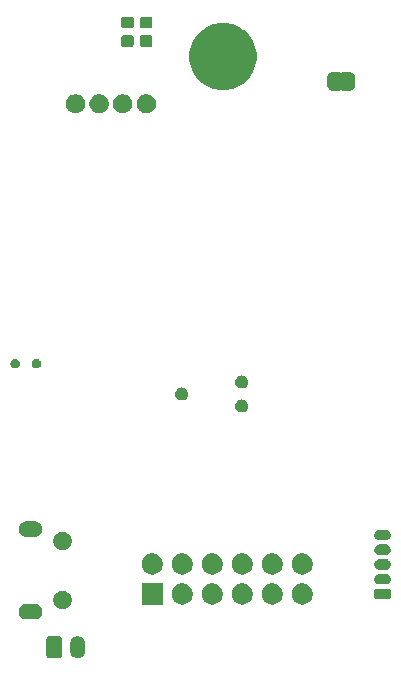
<source format=gbs>
G04 #@! TF.GenerationSoftware,KiCad,Pcbnew,(5.1.5-0-10_14)*
G04 #@! TF.CreationDate,2020-01-03T19:11:33+02:00*
G04 #@! TF.ProjectId,oibus-mini-CCC,6f696275-732d-46d6-996e-692d4343432e,rev?*
G04 #@! TF.SameCoordinates,Original*
G04 #@! TF.FileFunction,Soldermask,Bot*
G04 #@! TF.FilePolarity,Negative*
%FSLAX46Y46*%
G04 Gerber Fmt 4.6, Leading zero omitted, Abs format (unit mm)*
G04 Created by KiCad (PCBNEW (5.1.5-0-10_14)) date 2020-01-03 19:11:33*
%MOMM*%
%LPD*%
G04 APERTURE LIST*
%ADD10C,0.149860*%
G04 APERTURE END LIST*
D10*
G36*
X6327617Y6916580D02*
G01*
X6408399Y6892075D01*
X6450335Y6879354D01*
X6563424Y6818906D01*
X6662554Y6737553D01*
X6743906Y6638425D01*
X6804354Y6525336D01*
X6814040Y6493404D01*
X6841580Y6402618D01*
X6851000Y6306973D01*
X6851000Y5693027D01*
X6841580Y5597382D01*
X6814040Y5506596D01*
X6804354Y5474664D01*
X6743906Y5361575D01*
X6662554Y5262446D01*
X6563425Y5181094D01*
X6450336Y5120646D01*
X6418404Y5110960D01*
X6327618Y5083420D01*
X6200000Y5070851D01*
X6072383Y5083420D01*
X5981597Y5110960D01*
X5949665Y5120646D01*
X5836576Y5181094D01*
X5737447Y5262446D01*
X5656096Y5361573D01*
X5656095Y5361575D01*
X5595647Y5474664D01*
X5595645Y5474667D01*
X5583237Y5515573D01*
X5558420Y5597382D01*
X5549000Y5693027D01*
X5549000Y6306972D01*
X5558420Y6402617D01*
X5595645Y6525331D01*
X5595646Y6525335D01*
X5656094Y6638424D01*
X5737447Y6737554D01*
X5836575Y6818906D01*
X5949664Y6879354D01*
X5991600Y6892075D01*
X6072382Y6916580D01*
X6200000Y6929149D01*
X6327617Y6916580D01*
G37*
G36*
X4691242Y6921596D02*
G01*
X4728337Y6910343D01*
X4762515Y6892075D01*
X4792481Y6867481D01*
X4817075Y6837515D01*
X4835343Y6803337D01*
X4846596Y6766242D01*
X4851000Y6721526D01*
X4851000Y5278474D01*
X4846596Y5233758D01*
X4835343Y5196663D01*
X4817075Y5162485D01*
X4792481Y5132519D01*
X4762515Y5107925D01*
X4728337Y5089657D01*
X4691242Y5078404D01*
X4646526Y5074000D01*
X3753474Y5074000D01*
X3708758Y5078404D01*
X3671663Y5089657D01*
X3637485Y5107925D01*
X3607519Y5132519D01*
X3582925Y5162485D01*
X3564657Y5196663D01*
X3553404Y5233758D01*
X3549000Y5278474D01*
X3549000Y6721526D01*
X3553404Y6766242D01*
X3564657Y6803337D01*
X3582925Y6837515D01*
X3607519Y6867481D01*
X3637485Y6892075D01*
X3671663Y6910343D01*
X3708758Y6921596D01*
X3753474Y6926000D01*
X4646526Y6926000D01*
X4691242Y6921596D01*
G37*
G36*
X2613855Y9647860D02*
G01*
X2677618Y9641580D01*
X2768404Y9614040D01*
X2800336Y9604354D01*
X2913425Y9543906D01*
X3012554Y9462554D01*
X3093906Y9363425D01*
X3154354Y9250336D01*
X3154355Y9250332D01*
X3191580Y9127618D01*
X3204149Y9000000D01*
X3191580Y8872382D01*
X3164040Y8781596D01*
X3154354Y8749664D01*
X3093906Y8636575D01*
X3012554Y8537446D01*
X2913425Y8456094D01*
X2800336Y8395646D01*
X2768404Y8385960D01*
X2677618Y8358420D01*
X2613855Y8352140D01*
X2581974Y8349000D01*
X1818026Y8349000D01*
X1786145Y8352140D01*
X1722382Y8358420D01*
X1631596Y8385960D01*
X1599664Y8395646D01*
X1486575Y8456094D01*
X1387446Y8537446D01*
X1306094Y8636575D01*
X1245646Y8749664D01*
X1235960Y8781596D01*
X1208420Y8872382D01*
X1195851Y9000000D01*
X1208420Y9127618D01*
X1245645Y9250332D01*
X1245646Y9250336D01*
X1306094Y9363425D01*
X1387446Y9462554D01*
X1486575Y9543906D01*
X1599664Y9604354D01*
X1631596Y9614040D01*
X1722382Y9641580D01*
X1786145Y9647860D01*
X1818026Y9651000D01*
X2581974Y9651000D01*
X2613855Y9647860D01*
G37*
G36*
X5126348Y10746180D02*
G01*
X5126350Y10746179D01*
X5126351Y10746179D01*
X5267574Y10687683D01*
X5267577Y10687681D01*
X5394669Y10602761D01*
X5502761Y10494669D01*
X5558494Y10411258D01*
X5587683Y10367574D01*
X5646179Y10226351D01*
X5646180Y10226348D01*
X5671875Y10097169D01*
X5676000Y10076429D01*
X5676000Y9923571D01*
X5646179Y9773649D01*
X5587683Y9632426D01*
X5587681Y9632423D01*
X5502761Y9505331D01*
X5394669Y9397239D01*
X5267577Y9312319D01*
X5267574Y9312317D01*
X5126351Y9253821D01*
X5126350Y9253821D01*
X5126348Y9253820D01*
X4976431Y9224000D01*
X4823569Y9224000D01*
X4673652Y9253820D01*
X4673650Y9253821D01*
X4673649Y9253821D01*
X4532426Y9312317D01*
X4532423Y9312319D01*
X4405331Y9397239D01*
X4297239Y9505331D01*
X4212319Y9632423D01*
X4212317Y9632426D01*
X4153821Y9773649D01*
X4124000Y9923571D01*
X4124000Y10076429D01*
X4128125Y10097169D01*
X4153820Y10226348D01*
X4153821Y10226351D01*
X4212317Y10367574D01*
X4241506Y10411258D01*
X4297239Y10494669D01*
X4405331Y10602761D01*
X4532423Y10687681D01*
X4532426Y10687683D01*
X4673649Y10746179D01*
X4673650Y10746179D01*
X4673652Y10746180D01*
X4823569Y10776000D01*
X4976431Y10776000D01*
X5126348Y10746180D01*
G37*
G36*
X15153512Y11396073D02*
G01*
X15302812Y11366376D01*
X15466784Y11298456D01*
X15614354Y11199853D01*
X15739853Y11074354D01*
X15838456Y10926784D01*
X15906376Y10762812D01*
X15941000Y10588741D01*
X15941000Y10411259D01*
X15906376Y10237188D01*
X15838456Y10073216D01*
X15739853Y9925646D01*
X15614354Y9800147D01*
X15466784Y9701544D01*
X15302812Y9633624D01*
X15155663Y9604355D01*
X15128742Y9599000D01*
X14951258Y9599000D01*
X14924337Y9604355D01*
X14777188Y9633624D01*
X14613216Y9701544D01*
X14465646Y9800147D01*
X14340147Y9925646D01*
X14241544Y10073216D01*
X14173624Y10237188D01*
X14139000Y10411259D01*
X14139000Y10588741D01*
X14173624Y10762812D01*
X14241544Y10926784D01*
X14340147Y11074354D01*
X14465646Y11199853D01*
X14613216Y11298456D01*
X14777188Y11366376D01*
X14926488Y11396073D01*
X14951258Y11401000D01*
X15128742Y11401000D01*
X15153512Y11396073D01*
G37*
G36*
X13401000Y9599000D02*
G01*
X11599000Y9599000D01*
X11599000Y11401000D01*
X13401000Y11401000D01*
X13401000Y9599000D01*
G37*
G36*
X20233512Y11396073D02*
G01*
X20382812Y11366376D01*
X20546784Y11298456D01*
X20694354Y11199853D01*
X20819853Y11074354D01*
X20918456Y10926784D01*
X20986376Y10762812D01*
X21021000Y10588741D01*
X21021000Y10411259D01*
X20986376Y10237188D01*
X20918456Y10073216D01*
X20819853Y9925646D01*
X20694354Y9800147D01*
X20546784Y9701544D01*
X20382812Y9633624D01*
X20235663Y9604355D01*
X20208742Y9599000D01*
X20031258Y9599000D01*
X20004337Y9604355D01*
X19857188Y9633624D01*
X19693216Y9701544D01*
X19545646Y9800147D01*
X19420147Y9925646D01*
X19321544Y10073216D01*
X19253624Y10237188D01*
X19219000Y10411259D01*
X19219000Y10588741D01*
X19253624Y10762812D01*
X19321544Y10926784D01*
X19420147Y11074354D01*
X19545646Y11199853D01*
X19693216Y11298456D01*
X19857188Y11366376D01*
X20006488Y11396073D01*
X20031258Y11401000D01*
X20208742Y11401000D01*
X20233512Y11396073D01*
G37*
G36*
X22773512Y11396073D02*
G01*
X22922812Y11366376D01*
X23086784Y11298456D01*
X23234354Y11199853D01*
X23359853Y11074354D01*
X23458456Y10926784D01*
X23526376Y10762812D01*
X23561000Y10588741D01*
X23561000Y10411259D01*
X23526376Y10237188D01*
X23458456Y10073216D01*
X23359853Y9925646D01*
X23234354Y9800147D01*
X23086784Y9701544D01*
X22922812Y9633624D01*
X22775663Y9604355D01*
X22748742Y9599000D01*
X22571258Y9599000D01*
X22544337Y9604355D01*
X22397188Y9633624D01*
X22233216Y9701544D01*
X22085646Y9800147D01*
X21960147Y9925646D01*
X21861544Y10073216D01*
X21793624Y10237188D01*
X21759000Y10411259D01*
X21759000Y10588741D01*
X21793624Y10762812D01*
X21861544Y10926784D01*
X21960147Y11074354D01*
X22085646Y11199853D01*
X22233216Y11298456D01*
X22397188Y11366376D01*
X22546488Y11396073D01*
X22571258Y11401000D01*
X22748742Y11401000D01*
X22773512Y11396073D01*
G37*
G36*
X25313512Y11396073D02*
G01*
X25462812Y11366376D01*
X25626784Y11298456D01*
X25774354Y11199853D01*
X25899853Y11074354D01*
X25998456Y10926784D01*
X26066376Y10762812D01*
X26101000Y10588741D01*
X26101000Y10411259D01*
X26066376Y10237188D01*
X25998456Y10073216D01*
X25899853Y9925646D01*
X25774354Y9800147D01*
X25626784Y9701544D01*
X25462812Y9633624D01*
X25315663Y9604355D01*
X25288742Y9599000D01*
X25111258Y9599000D01*
X25084337Y9604355D01*
X24937188Y9633624D01*
X24773216Y9701544D01*
X24625646Y9800147D01*
X24500147Y9925646D01*
X24401544Y10073216D01*
X24333624Y10237188D01*
X24299000Y10411259D01*
X24299000Y10588741D01*
X24333624Y10762812D01*
X24401544Y10926784D01*
X24500147Y11074354D01*
X24625646Y11199853D01*
X24773216Y11298456D01*
X24937188Y11366376D01*
X25086488Y11396073D01*
X25111258Y11401000D01*
X25288742Y11401000D01*
X25313512Y11396073D01*
G37*
G36*
X17693512Y11396073D02*
G01*
X17842812Y11366376D01*
X18006784Y11298456D01*
X18154354Y11199853D01*
X18279853Y11074354D01*
X18378456Y10926784D01*
X18446376Y10762812D01*
X18481000Y10588741D01*
X18481000Y10411259D01*
X18446376Y10237188D01*
X18378456Y10073216D01*
X18279853Y9925646D01*
X18154354Y9800147D01*
X18006784Y9701544D01*
X17842812Y9633624D01*
X17695663Y9604355D01*
X17668742Y9599000D01*
X17491258Y9599000D01*
X17464337Y9604355D01*
X17317188Y9633624D01*
X17153216Y9701544D01*
X17005646Y9800147D01*
X16880147Y9925646D01*
X16781544Y10073216D01*
X16713624Y10237188D01*
X16679000Y10411259D01*
X16679000Y10588741D01*
X16713624Y10762812D01*
X16781544Y10926784D01*
X16880147Y11074354D01*
X17005646Y11199853D01*
X17153216Y11298456D01*
X17317188Y11366376D01*
X17466488Y11396073D01*
X17491258Y11401000D01*
X17668742Y11401000D01*
X17693512Y11396073D01*
G37*
G36*
X32569683Y10947275D02*
G01*
X32600143Y10938034D01*
X32628223Y10923026D01*
X32652831Y10902831D01*
X32673026Y10878223D01*
X32688034Y10850143D01*
X32697275Y10819683D01*
X32701000Y10781860D01*
X32701000Y10218140D01*
X32697275Y10180317D01*
X32688034Y10149857D01*
X32673026Y10121777D01*
X32652831Y10097169D01*
X32628223Y10076974D01*
X32600143Y10061966D01*
X32569683Y10052725D01*
X32531860Y10049000D01*
X31468140Y10049000D01*
X31430317Y10052725D01*
X31399857Y10061966D01*
X31371777Y10076974D01*
X31347169Y10097169D01*
X31326974Y10121777D01*
X31311966Y10149857D01*
X31302725Y10180317D01*
X31299000Y10218140D01*
X31299000Y10781860D01*
X31302725Y10819683D01*
X31311966Y10850143D01*
X31326974Y10878223D01*
X31347169Y10902831D01*
X31371777Y10923026D01*
X31399857Y10938034D01*
X31430317Y10947275D01*
X31468140Y10951000D01*
X32531860Y10951000D01*
X32569683Y10947275D01*
G37*
G36*
X32338410Y12194475D02*
G01*
X32423426Y12168686D01*
X32501775Y12126807D01*
X32570449Y12070449D01*
X32626807Y12001775D01*
X32668686Y11923426D01*
X32694475Y11838410D01*
X32703182Y11750000D01*
X32694475Y11661590D01*
X32668686Y11576574D01*
X32626807Y11498225D01*
X32570449Y11429551D01*
X32501775Y11373193D01*
X32423426Y11331314D01*
X32338410Y11305525D01*
X32272158Y11299000D01*
X31727842Y11299000D01*
X31661590Y11305525D01*
X31576574Y11331314D01*
X31498225Y11373193D01*
X31429551Y11429551D01*
X31373193Y11498225D01*
X31331314Y11576574D01*
X31305525Y11661590D01*
X31296818Y11750000D01*
X31305525Y11838410D01*
X31331314Y11923426D01*
X31373193Y12001775D01*
X31429551Y12070449D01*
X31498225Y12126807D01*
X31576574Y12168686D01*
X31661590Y12194475D01*
X31727842Y12201000D01*
X32272158Y12201000D01*
X32338410Y12194475D01*
G37*
G36*
X17693512Y13936073D02*
G01*
X17842812Y13906376D01*
X18006784Y13838456D01*
X18154354Y13739853D01*
X18279853Y13614354D01*
X18378456Y13466784D01*
X18446376Y13302812D01*
X18481000Y13128741D01*
X18481000Y12951259D01*
X18446376Y12777188D01*
X18378456Y12613216D01*
X18279853Y12465646D01*
X18154354Y12340147D01*
X18006784Y12241544D01*
X17842812Y12173624D01*
X17693512Y12143927D01*
X17668742Y12139000D01*
X17491258Y12139000D01*
X17466488Y12143927D01*
X17317188Y12173624D01*
X17153216Y12241544D01*
X17005646Y12340147D01*
X16880147Y12465646D01*
X16781544Y12613216D01*
X16713624Y12777188D01*
X16679000Y12951259D01*
X16679000Y13128741D01*
X16713624Y13302812D01*
X16781544Y13466784D01*
X16880147Y13614354D01*
X17005646Y13739853D01*
X17153216Y13838456D01*
X17317188Y13906376D01*
X17466488Y13936073D01*
X17491258Y13941000D01*
X17668742Y13941000D01*
X17693512Y13936073D01*
G37*
G36*
X20233512Y13936073D02*
G01*
X20382812Y13906376D01*
X20546784Y13838456D01*
X20694354Y13739853D01*
X20819853Y13614354D01*
X20918456Y13466784D01*
X20986376Y13302812D01*
X21021000Y13128741D01*
X21021000Y12951259D01*
X20986376Y12777188D01*
X20918456Y12613216D01*
X20819853Y12465646D01*
X20694354Y12340147D01*
X20546784Y12241544D01*
X20382812Y12173624D01*
X20233512Y12143927D01*
X20208742Y12139000D01*
X20031258Y12139000D01*
X20006488Y12143927D01*
X19857188Y12173624D01*
X19693216Y12241544D01*
X19545646Y12340147D01*
X19420147Y12465646D01*
X19321544Y12613216D01*
X19253624Y12777188D01*
X19219000Y12951259D01*
X19219000Y13128741D01*
X19253624Y13302812D01*
X19321544Y13466784D01*
X19420147Y13614354D01*
X19545646Y13739853D01*
X19693216Y13838456D01*
X19857188Y13906376D01*
X20006488Y13936073D01*
X20031258Y13941000D01*
X20208742Y13941000D01*
X20233512Y13936073D01*
G37*
G36*
X22773512Y13936073D02*
G01*
X22922812Y13906376D01*
X23086784Y13838456D01*
X23234354Y13739853D01*
X23359853Y13614354D01*
X23458456Y13466784D01*
X23526376Y13302812D01*
X23561000Y13128741D01*
X23561000Y12951259D01*
X23526376Y12777188D01*
X23458456Y12613216D01*
X23359853Y12465646D01*
X23234354Y12340147D01*
X23086784Y12241544D01*
X22922812Y12173624D01*
X22773512Y12143927D01*
X22748742Y12139000D01*
X22571258Y12139000D01*
X22546488Y12143927D01*
X22397188Y12173624D01*
X22233216Y12241544D01*
X22085646Y12340147D01*
X21960147Y12465646D01*
X21861544Y12613216D01*
X21793624Y12777188D01*
X21759000Y12951259D01*
X21759000Y13128741D01*
X21793624Y13302812D01*
X21861544Y13466784D01*
X21960147Y13614354D01*
X22085646Y13739853D01*
X22233216Y13838456D01*
X22397188Y13906376D01*
X22546488Y13936073D01*
X22571258Y13941000D01*
X22748742Y13941000D01*
X22773512Y13936073D01*
G37*
G36*
X12613512Y13936073D02*
G01*
X12762812Y13906376D01*
X12926784Y13838456D01*
X13074354Y13739853D01*
X13199853Y13614354D01*
X13298456Y13466784D01*
X13366376Y13302812D01*
X13401000Y13128741D01*
X13401000Y12951259D01*
X13366376Y12777188D01*
X13298456Y12613216D01*
X13199853Y12465646D01*
X13074354Y12340147D01*
X12926784Y12241544D01*
X12762812Y12173624D01*
X12613512Y12143927D01*
X12588742Y12139000D01*
X12411258Y12139000D01*
X12386488Y12143927D01*
X12237188Y12173624D01*
X12073216Y12241544D01*
X11925646Y12340147D01*
X11800147Y12465646D01*
X11701544Y12613216D01*
X11633624Y12777188D01*
X11599000Y12951259D01*
X11599000Y13128741D01*
X11633624Y13302812D01*
X11701544Y13466784D01*
X11800147Y13614354D01*
X11925646Y13739853D01*
X12073216Y13838456D01*
X12237188Y13906376D01*
X12386488Y13936073D01*
X12411258Y13941000D01*
X12588742Y13941000D01*
X12613512Y13936073D01*
G37*
G36*
X15153512Y13936073D02*
G01*
X15302812Y13906376D01*
X15466784Y13838456D01*
X15614354Y13739853D01*
X15739853Y13614354D01*
X15838456Y13466784D01*
X15906376Y13302812D01*
X15941000Y13128741D01*
X15941000Y12951259D01*
X15906376Y12777188D01*
X15838456Y12613216D01*
X15739853Y12465646D01*
X15614354Y12340147D01*
X15466784Y12241544D01*
X15302812Y12173624D01*
X15153512Y12143927D01*
X15128742Y12139000D01*
X14951258Y12139000D01*
X14926488Y12143927D01*
X14777188Y12173624D01*
X14613216Y12241544D01*
X14465646Y12340147D01*
X14340147Y12465646D01*
X14241544Y12613216D01*
X14173624Y12777188D01*
X14139000Y12951259D01*
X14139000Y13128741D01*
X14173624Y13302812D01*
X14241544Y13466784D01*
X14340147Y13614354D01*
X14465646Y13739853D01*
X14613216Y13838456D01*
X14777188Y13906376D01*
X14926488Y13936073D01*
X14951258Y13941000D01*
X15128742Y13941000D01*
X15153512Y13936073D01*
G37*
G36*
X25313512Y13936073D02*
G01*
X25462812Y13906376D01*
X25626784Y13838456D01*
X25774354Y13739853D01*
X25899853Y13614354D01*
X25998456Y13466784D01*
X26066376Y13302812D01*
X26101000Y13128741D01*
X26101000Y12951259D01*
X26066376Y12777188D01*
X25998456Y12613216D01*
X25899853Y12465646D01*
X25774354Y12340147D01*
X25626784Y12241544D01*
X25462812Y12173624D01*
X25313512Y12143927D01*
X25288742Y12139000D01*
X25111258Y12139000D01*
X25086488Y12143927D01*
X24937188Y12173624D01*
X24773216Y12241544D01*
X24625646Y12340147D01*
X24500147Y12465646D01*
X24401544Y12613216D01*
X24333624Y12777188D01*
X24299000Y12951259D01*
X24299000Y13128741D01*
X24333624Y13302812D01*
X24401544Y13466784D01*
X24500147Y13614354D01*
X24625646Y13739853D01*
X24773216Y13838456D01*
X24937188Y13906376D01*
X25086488Y13936073D01*
X25111258Y13941000D01*
X25288742Y13941000D01*
X25313512Y13936073D01*
G37*
G36*
X32338410Y13444475D02*
G01*
X32423426Y13418686D01*
X32501775Y13376807D01*
X32570449Y13320449D01*
X32626807Y13251775D01*
X32668686Y13173426D01*
X32694475Y13088410D01*
X32703182Y13000000D01*
X32694475Y12911590D01*
X32668686Y12826574D01*
X32626807Y12748225D01*
X32570449Y12679551D01*
X32501775Y12623193D01*
X32423426Y12581314D01*
X32338410Y12555525D01*
X32272158Y12549000D01*
X31727842Y12549000D01*
X31661590Y12555525D01*
X31576574Y12581314D01*
X31498225Y12623193D01*
X31429551Y12679551D01*
X31373193Y12748225D01*
X31331314Y12826574D01*
X31305525Y12911590D01*
X31296818Y13000000D01*
X31305525Y13088410D01*
X31331314Y13173426D01*
X31373193Y13251775D01*
X31429551Y13320449D01*
X31498225Y13376807D01*
X31576574Y13418686D01*
X31661590Y13444475D01*
X31727842Y13451000D01*
X32272158Y13451000D01*
X32338410Y13444475D01*
G37*
G36*
X32338410Y14694475D02*
G01*
X32423426Y14668686D01*
X32501775Y14626807D01*
X32570449Y14570449D01*
X32626807Y14501775D01*
X32668686Y14423426D01*
X32694475Y14338410D01*
X32703182Y14250000D01*
X32694475Y14161590D01*
X32668686Y14076574D01*
X32626807Y13998225D01*
X32570449Y13929551D01*
X32501775Y13873193D01*
X32423426Y13831314D01*
X32338410Y13805525D01*
X32272158Y13799000D01*
X31727842Y13799000D01*
X31661590Y13805525D01*
X31576574Y13831314D01*
X31498225Y13873193D01*
X31429551Y13929551D01*
X31373193Y13998225D01*
X31331314Y14076574D01*
X31305525Y14161590D01*
X31296818Y14250000D01*
X31305525Y14338410D01*
X31331314Y14423426D01*
X31373193Y14501775D01*
X31429551Y14570449D01*
X31498225Y14626807D01*
X31576574Y14668686D01*
X31661590Y14694475D01*
X31727842Y14701000D01*
X32272158Y14701000D01*
X32338410Y14694475D01*
G37*
G36*
X5126348Y15746180D02*
G01*
X5126350Y15746179D01*
X5126351Y15746179D01*
X5267574Y15687683D01*
X5267577Y15687681D01*
X5394669Y15602761D01*
X5502761Y15494669D01*
X5587681Y15367577D01*
X5587683Y15367574D01*
X5646179Y15226351D01*
X5646180Y15226348D01*
X5676000Y15076431D01*
X5676000Y14923571D01*
X5646179Y14773649D01*
X5587683Y14632426D01*
X5587681Y14632423D01*
X5502761Y14505331D01*
X5394669Y14397239D01*
X5306625Y14338410D01*
X5267574Y14312317D01*
X5126351Y14253821D01*
X5126350Y14253821D01*
X5126348Y14253820D01*
X4976431Y14224000D01*
X4823569Y14224000D01*
X4673652Y14253820D01*
X4673650Y14253821D01*
X4673649Y14253821D01*
X4532426Y14312317D01*
X4493375Y14338410D01*
X4405331Y14397239D01*
X4297239Y14505331D01*
X4212319Y14632423D01*
X4212317Y14632426D01*
X4153821Y14773649D01*
X4124000Y14923571D01*
X4124000Y15076431D01*
X4153820Y15226348D01*
X4153821Y15226351D01*
X4212317Y15367574D01*
X4212319Y15367577D01*
X4297239Y15494669D01*
X4405331Y15602761D01*
X4532423Y15687681D01*
X4532426Y15687683D01*
X4673649Y15746179D01*
X4673650Y15746179D01*
X4673652Y15746180D01*
X4823569Y15776000D01*
X4976431Y15776000D01*
X5126348Y15746180D01*
G37*
G36*
X32338410Y15944475D02*
G01*
X32423426Y15918686D01*
X32501775Y15876807D01*
X32570449Y15820449D01*
X32626807Y15751775D01*
X32668686Y15673426D01*
X32694475Y15588410D01*
X32703182Y15500000D01*
X32694475Y15411590D01*
X32668686Y15326574D01*
X32626807Y15248225D01*
X32570449Y15179551D01*
X32501775Y15123193D01*
X32423426Y15081314D01*
X32338410Y15055525D01*
X32272158Y15049000D01*
X31727842Y15049000D01*
X31661590Y15055525D01*
X31576574Y15081314D01*
X31498225Y15123193D01*
X31429551Y15179551D01*
X31373193Y15248225D01*
X31331314Y15326574D01*
X31305525Y15411590D01*
X31296818Y15500000D01*
X31305525Y15588410D01*
X31331314Y15673426D01*
X31373193Y15751775D01*
X31429551Y15820449D01*
X31498225Y15876807D01*
X31576574Y15918686D01*
X31661590Y15944475D01*
X31727842Y15951000D01*
X32272158Y15951000D01*
X32338410Y15944475D01*
G37*
G36*
X2613855Y16647860D02*
G01*
X2677618Y16641580D01*
X2768404Y16614040D01*
X2800336Y16604354D01*
X2913425Y16543906D01*
X3012554Y16462554D01*
X3093906Y16363425D01*
X3154354Y16250336D01*
X3154355Y16250332D01*
X3191580Y16127618D01*
X3204149Y16000000D01*
X3191580Y15872382D01*
X3175826Y15820449D01*
X3154354Y15749664D01*
X3093906Y15636575D01*
X3012554Y15537446D01*
X2913425Y15456094D01*
X2800336Y15395646D01*
X2768404Y15385960D01*
X2677618Y15358420D01*
X2613855Y15352140D01*
X2581974Y15349000D01*
X1818026Y15349000D01*
X1786145Y15352140D01*
X1722382Y15358420D01*
X1631596Y15385960D01*
X1599664Y15395646D01*
X1486575Y15456094D01*
X1387446Y15537446D01*
X1306094Y15636575D01*
X1245646Y15749664D01*
X1224174Y15820449D01*
X1208420Y15872382D01*
X1195851Y16000000D01*
X1208420Y16127618D01*
X1245645Y16250332D01*
X1245646Y16250336D01*
X1306094Y16363425D01*
X1387446Y16462554D01*
X1486575Y16543906D01*
X1599664Y16604354D01*
X1631596Y16614040D01*
X1722382Y16641580D01*
X1786145Y16647860D01*
X1818026Y16651000D01*
X2581974Y16651000D01*
X2613855Y16647860D01*
G37*
G36*
X20176578Y26954803D02*
G01*
X20229350Y26944306D01*
X20328770Y26903125D01*
X20418246Y26843339D01*
X20494339Y26767246D01*
X20554125Y26677770D01*
X20595306Y26578350D01*
X20616300Y26472806D01*
X20616300Y26365194D01*
X20595306Y26259650D01*
X20554125Y26160230D01*
X20494339Y26070754D01*
X20418246Y25994661D01*
X20328770Y25934875D01*
X20229350Y25893694D01*
X20176578Y25883197D01*
X20123807Y25872700D01*
X20016193Y25872700D01*
X19963422Y25883197D01*
X19910650Y25893694D01*
X19811230Y25934875D01*
X19721754Y25994661D01*
X19645661Y26070754D01*
X19585875Y26160230D01*
X19544694Y26259650D01*
X19523700Y26365194D01*
X19523700Y26472806D01*
X19544694Y26578350D01*
X19585875Y26677770D01*
X19645661Y26767246D01*
X19721754Y26843339D01*
X19811230Y26903125D01*
X19910650Y26944306D01*
X19963422Y26954803D01*
X20016193Y26965300D01*
X20123807Y26965300D01*
X20176578Y26954803D01*
G37*
G36*
X15096578Y27970803D02*
G01*
X15149350Y27960306D01*
X15248770Y27919125D01*
X15338246Y27859339D01*
X15414339Y27783246D01*
X15474125Y27693770D01*
X15515306Y27594350D01*
X15536300Y27488806D01*
X15536300Y27381194D01*
X15515306Y27275650D01*
X15474125Y27176230D01*
X15414339Y27086754D01*
X15338246Y27010661D01*
X15248770Y26950875D01*
X15149350Y26909694D01*
X15116325Y26903125D01*
X15043807Y26888700D01*
X14936193Y26888700D01*
X14863675Y26903125D01*
X14830650Y26909694D01*
X14731230Y26950875D01*
X14641754Y27010661D01*
X14565661Y27086754D01*
X14505875Y27176230D01*
X14464694Y27275650D01*
X14443700Y27381194D01*
X14443700Y27488806D01*
X14464694Y27594350D01*
X14505875Y27693770D01*
X14565661Y27783246D01*
X14641754Y27859339D01*
X14731230Y27919125D01*
X14830650Y27960306D01*
X14883422Y27970803D01*
X14936193Y27981300D01*
X15043807Y27981300D01*
X15096578Y27970803D01*
G37*
G36*
X20176578Y28986803D02*
G01*
X20229350Y28976306D01*
X20328770Y28935125D01*
X20418246Y28875339D01*
X20494339Y28799246D01*
X20554125Y28709770D01*
X20595306Y28610350D01*
X20616300Y28504806D01*
X20616300Y28397194D01*
X20595306Y28291650D01*
X20554125Y28192230D01*
X20494339Y28102754D01*
X20418246Y28026661D01*
X20328770Y27966875D01*
X20229350Y27925694D01*
X20196325Y27919125D01*
X20123807Y27904700D01*
X20016193Y27904700D01*
X19943675Y27919125D01*
X19910650Y27925694D01*
X19811230Y27966875D01*
X19721754Y28026661D01*
X19645661Y28102754D01*
X19585875Y28192230D01*
X19544694Y28291650D01*
X19523700Y28397194D01*
X19523700Y28504806D01*
X19544694Y28610350D01*
X19585875Y28709770D01*
X19645661Y28799246D01*
X19721754Y28875339D01*
X19811230Y28935125D01*
X19910650Y28976306D01*
X19963422Y28986803D01*
X20016193Y28997300D01*
X20123807Y28997300D01*
X20176578Y28986803D01*
G37*
G36*
X978231Y30393295D02*
G01*
X1016967Y30385590D01*
X1047195Y30373069D01*
X1089944Y30355362D01*
X1155622Y30311477D01*
X1211477Y30255622D01*
X1255362Y30189944D01*
X1285590Y30116966D01*
X1301000Y30039496D01*
X1301000Y29960504D01*
X1285590Y29883034D01*
X1255362Y29810056D01*
X1211477Y29744378D01*
X1155622Y29688523D01*
X1089944Y29644638D01*
X1047195Y29626931D01*
X1016967Y29614410D01*
X978231Y29606705D01*
X939496Y29599000D01*
X860504Y29599000D01*
X821769Y29606705D01*
X783033Y29614410D01*
X752805Y29626931D01*
X710056Y29644638D01*
X644378Y29688523D01*
X588523Y29744378D01*
X544638Y29810056D01*
X514410Y29883034D01*
X499000Y29960504D01*
X499000Y30039496D01*
X514410Y30116966D01*
X544638Y30189944D01*
X588523Y30255622D01*
X644378Y30311477D01*
X710056Y30355362D01*
X752805Y30373069D01*
X783033Y30385590D01*
X821769Y30393295D01*
X860504Y30401000D01*
X939496Y30401000D01*
X978231Y30393295D01*
G37*
G36*
X2778231Y30393295D02*
G01*
X2816967Y30385590D01*
X2847195Y30373069D01*
X2889944Y30355362D01*
X2955622Y30311477D01*
X3011477Y30255622D01*
X3055362Y30189944D01*
X3085590Y30116966D01*
X3101000Y30039496D01*
X3101000Y29960504D01*
X3085590Y29883034D01*
X3055362Y29810056D01*
X3011477Y29744378D01*
X2955622Y29688523D01*
X2889944Y29644638D01*
X2847195Y29626931D01*
X2816967Y29614410D01*
X2778231Y29606705D01*
X2739496Y29599000D01*
X2660504Y29599000D01*
X2621769Y29606705D01*
X2583033Y29614410D01*
X2552805Y29626931D01*
X2510056Y29644638D01*
X2444378Y29688523D01*
X2388523Y29744378D01*
X2344638Y29810056D01*
X2314410Y29883034D01*
X2299000Y29960504D01*
X2299000Y30039496D01*
X2314410Y30116966D01*
X2344638Y30189944D01*
X2388523Y30255622D01*
X2444378Y30311477D01*
X2510056Y30355362D01*
X2552805Y30373069D01*
X2583033Y30385590D01*
X2621769Y30393295D01*
X2660504Y30401000D01*
X2739496Y30401000D01*
X2778231Y30393295D01*
G37*
G36*
X6237142Y52781758D02*
G01*
X6385101Y52720471D01*
X6518255Y52631501D01*
X6631501Y52518255D01*
X6720471Y52385101D01*
X6781758Y52237142D01*
X6813000Y52080075D01*
X6813000Y51919925D01*
X6781758Y51762858D01*
X6720471Y51614899D01*
X6631501Y51481745D01*
X6518255Y51368499D01*
X6385101Y51279529D01*
X6237142Y51218242D01*
X6080075Y51187000D01*
X5919925Y51187000D01*
X5762858Y51218242D01*
X5614899Y51279529D01*
X5481745Y51368499D01*
X5368499Y51481745D01*
X5279529Y51614899D01*
X5218242Y51762858D01*
X5187000Y51919925D01*
X5187000Y52080075D01*
X5218242Y52237142D01*
X5279529Y52385101D01*
X5368499Y52518255D01*
X5481745Y52631501D01*
X5614899Y52720471D01*
X5762858Y52781758D01*
X5919925Y52813000D01*
X6080075Y52813000D01*
X6237142Y52781758D01*
G37*
G36*
X8237142Y52781758D02*
G01*
X8385101Y52720471D01*
X8518255Y52631501D01*
X8631501Y52518255D01*
X8720471Y52385101D01*
X8781758Y52237142D01*
X8813000Y52080075D01*
X8813000Y51919925D01*
X8781758Y51762858D01*
X8720471Y51614899D01*
X8631501Y51481745D01*
X8518255Y51368499D01*
X8385101Y51279529D01*
X8237142Y51218242D01*
X8080075Y51187000D01*
X7919925Y51187000D01*
X7762858Y51218242D01*
X7614899Y51279529D01*
X7481745Y51368499D01*
X7368499Y51481745D01*
X7279529Y51614899D01*
X7218242Y51762858D01*
X7187000Y51919925D01*
X7187000Y52080075D01*
X7218242Y52237142D01*
X7279529Y52385101D01*
X7368499Y52518255D01*
X7481745Y52631501D01*
X7614899Y52720471D01*
X7762858Y52781758D01*
X7919925Y52813000D01*
X8080075Y52813000D01*
X8237142Y52781758D01*
G37*
G36*
X10237142Y52781758D02*
G01*
X10385101Y52720471D01*
X10518255Y52631501D01*
X10631501Y52518255D01*
X10720471Y52385101D01*
X10781758Y52237142D01*
X10813000Y52080075D01*
X10813000Y51919925D01*
X10781758Y51762858D01*
X10720471Y51614899D01*
X10631501Y51481745D01*
X10518255Y51368499D01*
X10385101Y51279529D01*
X10237142Y51218242D01*
X10080075Y51187000D01*
X9919925Y51187000D01*
X9762858Y51218242D01*
X9614899Y51279529D01*
X9481745Y51368499D01*
X9368499Y51481745D01*
X9279529Y51614899D01*
X9218242Y51762858D01*
X9187000Y51919925D01*
X9187000Y52080075D01*
X9218242Y52237142D01*
X9279529Y52385101D01*
X9368499Y52518255D01*
X9481745Y52631501D01*
X9614899Y52720471D01*
X9762858Y52781758D01*
X9919925Y52813000D01*
X10080075Y52813000D01*
X10237142Y52781758D01*
G37*
G36*
X12237142Y52781758D02*
G01*
X12385101Y52720471D01*
X12518255Y52631501D01*
X12631501Y52518255D01*
X12720471Y52385101D01*
X12781758Y52237142D01*
X12813000Y52080075D01*
X12813000Y51919925D01*
X12781758Y51762858D01*
X12720471Y51614899D01*
X12631501Y51481745D01*
X12518255Y51368499D01*
X12385101Y51279529D01*
X12237142Y51218242D01*
X12080075Y51187000D01*
X11919925Y51187000D01*
X11762858Y51218242D01*
X11614899Y51279529D01*
X11481745Y51368499D01*
X11368499Y51481745D01*
X11279529Y51614899D01*
X11218242Y51762858D01*
X11187000Y51919925D01*
X11187000Y52080075D01*
X11218242Y52237142D01*
X11279529Y52385101D01*
X11368499Y52518255D01*
X11481745Y52631501D01*
X11614899Y52720471D01*
X11762858Y52781758D01*
X11919925Y52813000D01*
X12080075Y52813000D01*
X12237142Y52781758D01*
G37*
G36*
X28359999Y54700263D02*
G01*
X28369608Y54697348D01*
X28378472Y54692610D01*
X28386237Y54686237D01*
X28396448Y54673794D01*
X28403378Y54663425D01*
X28420705Y54646098D01*
X28441080Y54632485D01*
X28463720Y54623109D01*
X28487753Y54618329D01*
X28512257Y54618330D01*
X28536290Y54623112D01*
X28558929Y54632490D01*
X28579302Y54646105D01*
X28596629Y54663432D01*
X28603558Y54673802D01*
X28613763Y54686237D01*
X28621528Y54692610D01*
X28630392Y54697348D01*
X28640001Y54700263D01*
X28656140Y54701852D01*
X29143861Y54701852D01*
X29162199Y54700046D01*
X29174450Y54699444D01*
X29192869Y54699444D01*
X29215149Y54697250D01*
X29299233Y54680524D01*
X29320660Y54674024D01*
X29399858Y54641220D01*
X29405303Y54638309D01*
X29405309Y54638307D01*
X29414169Y54633571D01*
X29414173Y54633568D01*
X29419614Y54630660D01*
X29490899Y54583029D01*
X29508204Y54568828D01*
X29568828Y54508204D01*
X29583029Y54490899D01*
X29630660Y54419614D01*
X29633568Y54414173D01*
X29633571Y54414169D01*
X29638307Y54405309D01*
X29638309Y54405303D01*
X29641220Y54399858D01*
X29674024Y54320660D01*
X29680524Y54299233D01*
X29697250Y54215149D01*
X29699444Y54192869D01*
X29699444Y54174450D01*
X29700046Y54162199D01*
X29701852Y54143862D01*
X29701852Y53656139D01*
X29700046Y53637801D01*
X29699444Y53625550D01*
X29699444Y53607131D01*
X29697250Y53584851D01*
X29680524Y53500767D01*
X29674024Y53479340D01*
X29641220Y53400142D01*
X29638309Y53394697D01*
X29638307Y53394691D01*
X29633571Y53385831D01*
X29633568Y53385827D01*
X29630660Y53380386D01*
X29583029Y53309101D01*
X29568828Y53291796D01*
X29508204Y53231172D01*
X29490899Y53216971D01*
X29419614Y53169340D01*
X29414173Y53166432D01*
X29414169Y53166429D01*
X29405309Y53161693D01*
X29405303Y53161691D01*
X29399858Y53158780D01*
X29320660Y53125976D01*
X29299233Y53119476D01*
X29215149Y53102750D01*
X29192869Y53100556D01*
X29174450Y53100556D01*
X29162199Y53099954D01*
X29143862Y53098148D01*
X28656140Y53098148D01*
X28640001Y53099737D01*
X28630392Y53102652D01*
X28621528Y53107390D01*
X28613763Y53113763D01*
X28603552Y53126206D01*
X28596622Y53136575D01*
X28579295Y53153902D01*
X28558920Y53167515D01*
X28536280Y53176891D01*
X28512247Y53181671D01*
X28487743Y53181670D01*
X28463710Y53176888D01*
X28441071Y53167510D01*
X28420698Y53153895D01*
X28403371Y53136568D01*
X28396442Y53126198D01*
X28386237Y53113763D01*
X28378472Y53107390D01*
X28369608Y53102652D01*
X28359999Y53099737D01*
X28343860Y53098148D01*
X27856138Y53098148D01*
X27837801Y53099954D01*
X27825550Y53100556D01*
X27807131Y53100556D01*
X27784851Y53102750D01*
X27700767Y53119476D01*
X27679340Y53125976D01*
X27600142Y53158780D01*
X27594697Y53161691D01*
X27594691Y53161693D01*
X27585831Y53166429D01*
X27585827Y53166432D01*
X27580386Y53169340D01*
X27509101Y53216971D01*
X27491796Y53231172D01*
X27431172Y53291796D01*
X27416971Y53309101D01*
X27369340Y53380386D01*
X27366432Y53385827D01*
X27366429Y53385831D01*
X27361693Y53394691D01*
X27361691Y53394697D01*
X27358780Y53400142D01*
X27325976Y53479340D01*
X27319476Y53500767D01*
X27302750Y53584851D01*
X27300556Y53607131D01*
X27300556Y53625550D01*
X27299954Y53637801D01*
X27298148Y53656139D01*
X27298148Y54143862D01*
X27299954Y54162199D01*
X27300556Y54174450D01*
X27300556Y54192869D01*
X27302750Y54215149D01*
X27319476Y54299233D01*
X27325976Y54320660D01*
X27358780Y54399858D01*
X27361691Y54405303D01*
X27361693Y54405309D01*
X27366429Y54414169D01*
X27366432Y54414173D01*
X27369340Y54419614D01*
X27416971Y54490899D01*
X27431172Y54508204D01*
X27491796Y54568828D01*
X27509101Y54583029D01*
X27580386Y54630660D01*
X27585827Y54633568D01*
X27585831Y54633571D01*
X27594691Y54638307D01*
X27594697Y54638309D01*
X27600142Y54641220D01*
X27679340Y54674024D01*
X27700767Y54680524D01*
X27784851Y54697250D01*
X27807131Y54699444D01*
X27825550Y54699444D01*
X27837801Y54700046D01*
X27856139Y54701852D01*
X28343860Y54701852D01*
X28359999Y54700263D01*
G37*
G36*
X19331606Y58741438D02*
G01*
X19850455Y58526524D01*
X20224524Y58276579D01*
X20317406Y58214517D01*
X20714517Y57817406D01*
X20728615Y57796307D01*
X21026524Y57350455D01*
X21241438Y56831606D01*
X21351000Y56280799D01*
X21351000Y55719201D01*
X21241438Y55168394D01*
X21026524Y54649545D01*
X20776579Y54275476D01*
X20721383Y54192869D01*
X20714516Y54182593D01*
X20317407Y53785484D01*
X19850455Y53473476D01*
X19331606Y53258562D01*
X19142190Y53220885D01*
X18780800Y53149000D01*
X18219200Y53149000D01*
X17857810Y53220885D01*
X17668394Y53258562D01*
X17149545Y53473476D01*
X16682593Y53785484D01*
X16285484Y54182593D01*
X16278618Y54192869D01*
X16223421Y54275476D01*
X15973476Y54649545D01*
X15758562Y55168394D01*
X15649000Y55719201D01*
X15649000Y56280799D01*
X15758562Y56831606D01*
X15973476Y57350455D01*
X16271385Y57796307D01*
X16285483Y57817406D01*
X16682594Y58214517D01*
X16775476Y58276579D01*
X17149545Y58526524D01*
X17668394Y58741438D01*
X18219200Y58851000D01*
X18780800Y58851000D01*
X19331606Y58741438D01*
G37*
G36*
X10779591Y57796915D02*
G01*
X10813569Y57786607D01*
X10844890Y57769866D01*
X10872339Y57747339D01*
X10894866Y57719890D01*
X10911607Y57688569D01*
X10921915Y57654591D01*
X10926000Y57613110D01*
X10926000Y57011890D01*
X10921915Y56970409D01*
X10911607Y56936431D01*
X10894866Y56905110D01*
X10872339Y56877661D01*
X10844890Y56855134D01*
X10813569Y56838393D01*
X10779591Y56828085D01*
X10738110Y56824000D01*
X10061890Y56824000D01*
X10020409Y56828085D01*
X9986431Y56838393D01*
X9955110Y56855134D01*
X9927661Y56877661D01*
X9905134Y56905110D01*
X9888393Y56936431D01*
X9878085Y56970409D01*
X9874000Y57011890D01*
X9874000Y57613110D01*
X9878085Y57654591D01*
X9888393Y57688569D01*
X9905134Y57719890D01*
X9927661Y57747339D01*
X9955110Y57769866D01*
X9986431Y57786607D01*
X10020409Y57796915D01*
X10061890Y57801000D01*
X10738110Y57801000D01*
X10779591Y57796915D01*
G37*
G36*
X12379591Y57796915D02*
G01*
X12413569Y57786607D01*
X12444890Y57769866D01*
X12472339Y57747339D01*
X12494866Y57719890D01*
X12511607Y57688569D01*
X12521915Y57654591D01*
X12526000Y57613110D01*
X12526000Y57011890D01*
X12521915Y56970409D01*
X12511607Y56936431D01*
X12494866Y56905110D01*
X12472339Y56877661D01*
X12444890Y56855134D01*
X12413569Y56838393D01*
X12379591Y56828085D01*
X12338110Y56824000D01*
X11661890Y56824000D01*
X11620409Y56828085D01*
X11586431Y56838393D01*
X11555110Y56855134D01*
X11527661Y56877661D01*
X11505134Y56905110D01*
X11488393Y56936431D01*
X11478085Y56970409D01*
X11474000Y57011890D01*
X11474000Y57613110D01*
X11478085Y57654591D01*
X11488393Y57688569D01*
X11505134Y57719890D01*
X11527661Y57747339D01*
X11555110Y57769866D01*
X11586431Y57786607D01*
X11620409Y57796915D01*
X11661890Y57801000D01*
X12338110Y57801000D01*
X12379591Y57796915D01*
G37*
G36*
X12379591Y59371915D02*
G01*
X12413569Y59361607D01*
X12444890Y59344866D01*
X12472339Y59322339D01*
X12494866Y59294890D01*
X12511607Y59263569D01*
X12521915Y59229591D01*
X12526000Y59188110D01*
X12526000Y58586890D01*
X12521915Y58545409D01*
X12511607Y58511431D01*
X12494866Y58480110D01*
X12472339Y58452661D01*
X12444890Y58430134D01*
X12413569Y58413393D01*
X12379591Y58403085D01*
X12338110Y58399000D01*
X11661890Y58399000D01*
X11620409Y58403085D01*
X11586431Y58413393D01*
X11555110Y58430134D01*
X11527661Y58452661D01*
X11505134Y58480110D01*
X11488393Y58511431D01*
X11478085Y58545409D01*
X11474000Y58586890D01*
X11474000Y59188110D01*
X11478085Y59229591D01*
X11488393Y59263569D01*
X11505134Y59294890D01*
X11527661Y59322339D01*
X11555110Y59344866D01*
X11586431Y59361607D01*
X11620409Y59371915D01*
X11661890Y59376000D01*
X12338110Y59376000D01*
X12379591Y59371915D01*
G37*
G36*
X10779591Y59371915D02*
G01*
X10813569Y59361607D01*
X10844890Y59344866D01*
X10872339Y59322339D01*
X10894866Y59294890D01*
X10911607Y59263569D01*
X10921915Y59229591D01*
X10926000Y59188110D01*
X10926000Y58586890D01*
X10921915Y58545409D01*
X10911607Y58511431D01*
X10894866Y58480110D01*
X10872339Y58452661D01*
X10844890Y58430134D01*
X10813569Y58413393D01*
X10779591Y58403085D01*
X10738110Y58399000D01*
X10061890Y58399000D01*
X10020409Y58403085D01*
X9986431Y58413393D01*
X9955110Y58430134D01*
X9927661Y58452661D01*
X9905134Y58480110D01*
X9888393Y58511431D01*
X9878085Y58545409D01*
X9874000Y58586890D01*
X9874000Y59188110D01*
X9878085Y59229591D01*
X9888393Y59263569D01*
X9905134Y59294890D01*
X9927661Y59322339D01*
X9955110Y59344866D01*
X9986431Y59361607D01*
X10020409Y59371915D01*
X10061890Y59376000D01*
X10738110Y59376000D01*
X10779591Y59371915D01*
G37*
M02*

</source>
